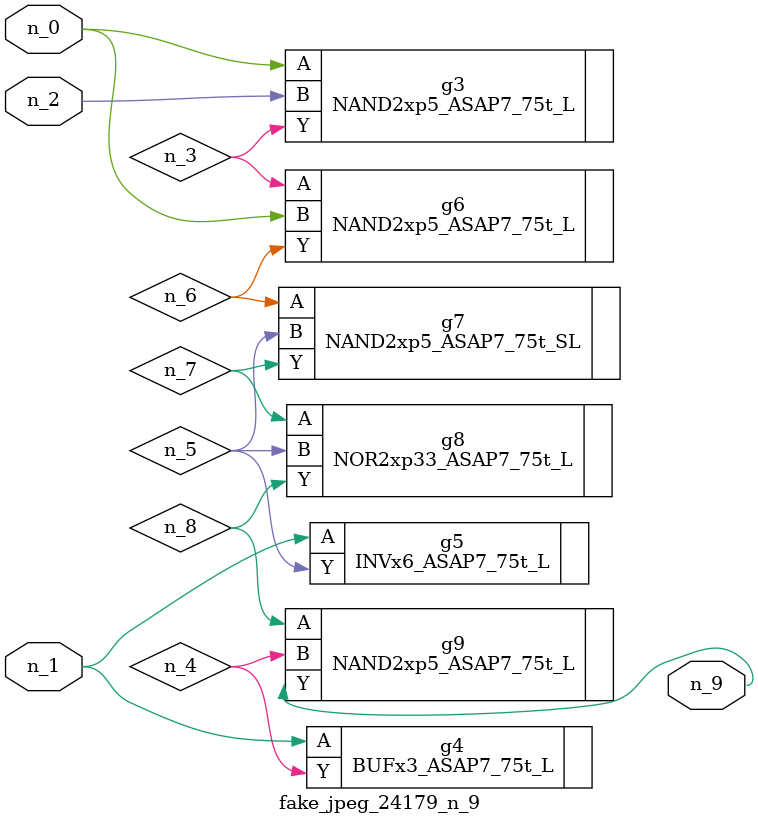
<source format=v>
module fake_jpeg_24179_n_9 (n_0, n_2, n_1, n_9);

input n_0;
input n_2;
input n_1;

output n_9;

wire n_3;
wire n_4;
wire n_8;
wire n_6;
wire n_5;
wire n_7;

NAND2xp5_ASAP7_75t_L g3 ( 
.A(n_0),
.B(n_2),
.Y(n_3)
);

BUFx3_ASAP7_75t_L g4 ( 
.A(n_1),
.Y(n_4)
);

INVx6_ASAP7_75t_L g5 ( 
.A(n_1),
.Y(n_5)
);

NAND2xp5_ASAP7_75t_L g6 ( 
.A(n_3),
.B(n_0),
.Y(n_6)
);

NAND2xp5_ASAP7_75t_SL g7 ( 
.A(n_6),
.B(n_5),
.Y(n_7)
);

NOR2xp33_ASAP7_75t_L g8 ( 
.A(n_7),
.B(n_5),
.Y(n_8)
);

NAND2xp5_ASAP7_75t_L g9 ( 
.A(n_8),
.B(n_4),
.Y(n_9)
);


endmodule
</source>
